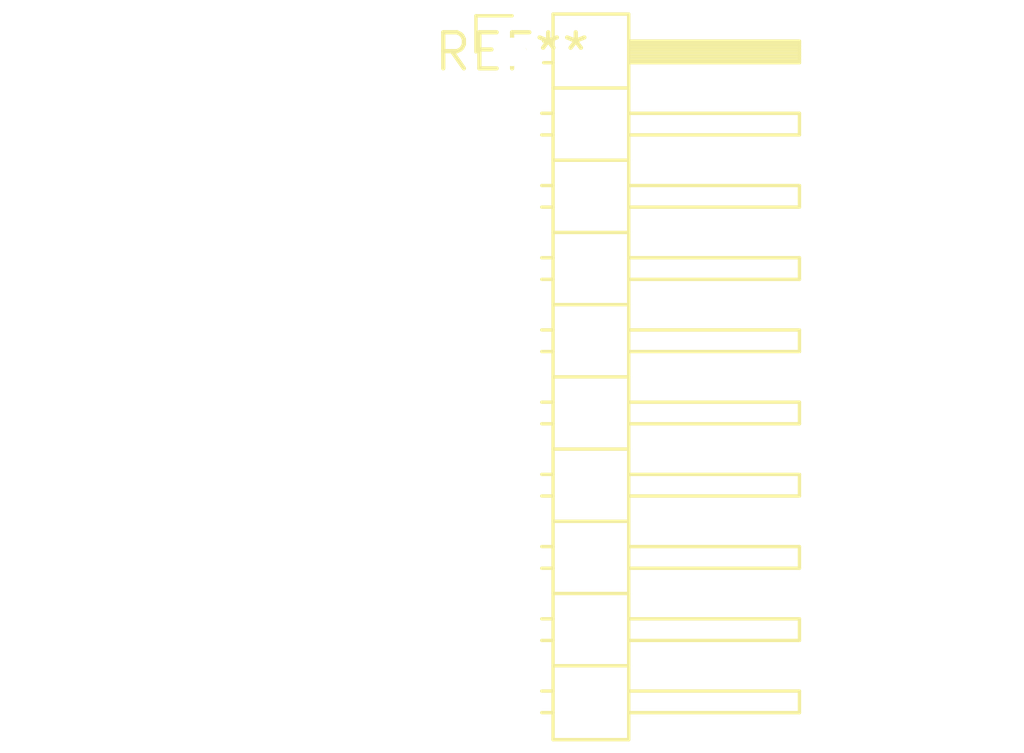
<source format=kicad_pcb>
(kicad_pcb (version 20240108) (generator pcbnew)
  (layers (0 "F.Cu" signal) (31 "B.Cu" signal) (34 "B.Paste" user) (35 "F.Paste" user) (36 "B.SilkS" user "B.Silkscreen") (37 "F.SilkS" user "F.Silkscreen") (38 "B.Mask" user) (39 "F.Mask" user) (44 "Edge.Cuts" user))
  (net 0 "")
  (footprint "PinHeader_1x10_P2.54mm_Horizontal" (layer "F.Cu") (at 0 0)
    (property "Reference" "REF**")
    (property "Value" "PinHeader_1x10_P2.54mm_Horizontal")
    (fp_line (start -1.27 -1.27) (end 0 -1.27) (layer "F.SilkS") (stroke (width 0.12)))
    (fp_line (start -1.27 0) (end -1.27 -1.27) (layer "F.SilkS") (stroke (width 0.12)))
    (fp_line (start 1.042929 2.16) (end 1.44 2.16) (layer "F.SilkS") (stroke (width 0.12)))
    (fp_line (start 1.042929 2.92) (end 1.44 2.92) (layer "F.SilkS") (stroke (width 0.12)))
    (fp_line (start 1.042929 4.7) (end 1.44 4.7) (layer "F.SilkS") (stroke (width 0.12)))
    (fp_line (start 1.042929 5.46) (end 1.44 5.46) (layer "F.SilkS") (stroke (width 0.12)))
    (fp_line (start 1.042929 7.24) (end 1.44 7.24) (layer "F.SilkS") (stroke (width 0.12)))
    (fp_line (start 1.042929 8) (end 1.44 8) (layer "F.SilkS") (stroke (width 0.12)))
    (fp_line (start 1.042929 9.78) (end 1.44 9.78) (layer "F.SilkS") (stroke (width 0.12)))
    (fp_line (start 1.042929 10.54) (end 1.44 10.54) (layer "F.SilkS") (stroke (width 0.12)))
    (fp_line (start 1.042929 12.32) (end 1.44 12.32) (layer "F.SilkS") (stroke (width 0.12)))
    (fp_line (start 1.042929 13.08) (end 1.44 13.08) (layer "F.SilkS") (stroke (width 0.12)))
    (fp_line (start 1.042929 14.86) (end 1.44 14.86) (layer "F.SilkS") (stroke (width 0.12)))
    (fp_line (start 1.042929 15.62) (end 1.44 15.62) (layer "F.SilkS") (stroke (width 0.12)))
    (fp_line (start 1.042929 17.4) (end 1.44 17.4) (layer "F.SilkS") (stroke (width 0.12)))
    (fp_line (start 1.042929 18.16) (end 1.44 18.16) (layer "F.SilkS") (stroke (width 0.12)))
    (fp_line (start 1.042929 19.94) (end 1.44 19.94) (layer "F.SilkS") (stroke (width 0.12)))
    (fp_line (start 1.042929 20.7) (end 1.44 20.7) (layer "F.SilkS") (stroke (width 0.12)))
    (fp_line (start 1.042929 22.48) (end 1.44 22.48) (layer "F.SilkS") (stroke (width 0.12)))
    (fp_line (start 1.042929 23.24) (end 1.44 23.24) (layer "F.SilkS") (stroke (width 0.12)))
    (fp_line (start 1.11 -0.38) (end 1.44 -0.38) (layer "F.SilkS") (stroke (width 0.12)))
    (fp_line (start 1.11 0.38) (end 1.44 0.38) (layer "F.SilkS") (stroke (width 0.12)))
    (fp_line (start 1.44 -1.33) (end 1.44 24.19) (layer "F.SilkS") (stroke (width 0.12)))
    (fp_line (start 1.44 1.27) (end 4.1 1.27) (layer "F.SilkS") (stroke (width 0.12)))
    (fp_line (start 1.44 3.81) (end 4.1 3.81) (layer "F.SilkS") (stroke (width 0.12)))
    (fp_line (start 1.44 6.35) (end 4.1 6.35) (layer "F.SilkS") (stroke (width 0.12)))
    (fp_line (start 1.44 8.89) (end 4.1 8.89) (layer "F.SilkS") (stroke (width 0.12)))
    (fp_line (start 1.44 11.43) (end 4.1 11.43) (layer "F.SilkS") (stroke (width 0.12)))
    (fp_line (start 1.44 13.97) (end 4.1 13.97) (layer "F.SilkS") (stroke (width 0.12)))
    (fp_line (start 1.44 16.51) (end 4.1 16.51) (layer "F.SilkS") (stroke (width 0.12)))
    (fp_line (start 1.44 19.05) (end 4.1 19.05) (layer "F.SilkS") (stroke (width 0.12)))
    (fp_line (start 1.44 21.59) (end 4.1 21.59) (layer "F.SilkS") (stroke (width 0.12)))
    (fp_line (start 1.44 24.19) (end 4.1 24.19) (layer "F.SilkS") (stroke (width 0.12)))
    (fp_line (start 4.1 -1.33) (end 1.44 -1.33) (layer "F.SilkS") (stroke (width 0.12)))
    (fp_line (start 4.1 -0.38) (end 10.1 -0.38) (layer "F.SilkS") (stroke (width 0.12)))
    (fp_line (start 4.1 -0.32) (end 10.1 -0.32) (layer "F.SilkS") (stroke (width 0.12)))
    (fp_line (start 4.1 -0.2) (end 10.1 -0.2) (layer "F.SilkS") (stroke (width 0.12)))
    (fp_line (start 4.1 -0.08) (end 10.1 -0.08) (layer "F.SilkS") (stroke (width 0.12)))
    (fp_line (start 4.1 0.04) (end 10.1 0.04) (layer "F.SilkS") (stroke (width 0.12)))
    (fp_line (start 4.1 0.16) (end 10.1 0.16) (layer "F.SilkS") (stroke (width 0.12)))
    (fp_line (start 4.1 0.28) (end 10.1 0.28) (layer "F.SilkS") (stroke (width 0.12)))
    (fp_line (start 4.1 2.16) (end 10.1 2.16) (layer "F.SilkS") (stroke (width 0.12)))
    (fp_line (start 4.1 4.7) (end 10.1 4.7) (layer "F.SilkS") (stroke (width 0.12)))
    (fp_line (start 4.1 7.24) (end 10.1 7.24) (layer "F.SilkS") (stroke (width 0.12)))
    (fp_line (start 4.1 9.78) (end 10.1 9.78) (layer "F.SilkS") (stroke (width 0.12)))
    (fp_line (start 4.1 12.32) (end 10.1 12.32) (layer "F.SilkS") (stroke (width 0.12)))
    (fp_line (start 4.1 14.86) (end 10.1 14.86) (layer "F.SilkS") (stroke (width 0.12)))
    (fp_line (start 4.1 17.4) (end 10.1 17.4) (layer "F.SilkS") (stroke (width 0.12)))
    (fp_line (start 4.1 19.94) (end 10.1 19.94) (layer "F.SilkS") (stroke (width 0.12)))
    (fp_line (start 4.1 22.48) (end 10.1 22.48) (layer "F.SilkS") (stroke (width 0.12)))
    (fp_line (start 4.1 24.19) (end 4.1 -1.33) (layer "F.SilkS") (stroke (width 0.12)))
    (fp_line (start 10.1 -0.38) (end 10.1 0.38) (layer "F.SilkS") (stroke (width 0.12)))
    (fp_line (start 10.1 0.38) (end 4.1 0.38) (layer "F.SilkS") (stroke (width 0.12)))
    (fp_line (start 10.1 2.16) (end 10.1 2.92) (layer "F.SilkS") (stroke (width 0.12)))
    (fp_line (start 10.1 2.92) (end 4.1 2.92) (layer "F.SilkS") (stroke (width 0.12)))
    (fp_line (start 10.1 4.7) (end 10.1 5.46) (layer "F.SilkS") (stroke (width 0.12)))
    (fp_line (start 10.1 5.46) (end 4.1 5.46) (layer "F.SilkS") (stroke (width 0.12)))
    (fp_line (start 10.1 7.24) (end 10.1 8) (layer "F.SilkS") (stroke (width 0.12)))
    (fp_line (start 10.1 8) (end 4.1 8) (layer "F.SilkS") (stroke (width 0.12)))
    (fp_line (start 10.1 9.78) (end 10.1 10.54) (layer "F.SilkS") (stroke (width 0.12)))
    (fp_line (start 10.1 10.54) (end 4.1 10.54) (layer "F.SilkS") (stroke (width 0.12)))
    (fp_line (start 10.1 12.32) (end 10.1 13.08) (layer "F.SilkS") (stroke (width 0.12)))
    (fp_line (start 10.1 13.08) (end 4.1 13.08) (layer "F.SilkS") (stroke (width 0.12)))
    (fp_line (start 10.1 14.86) (end 10.1 15.62) (layer "F.SilkS") (stroke (width 0.12)))
    (fp_line (start 10.1 15.62) (end 4.1 15.62) (layer "F.SilkS") (stroke (width 0.12)))
    (fp_line (start 10.1 17.4) (end 10.1 18.16) (layer "F.SilkS") (stroke (width 0.12)))
    (fp_line (start 10.1 18.16) (end 4.1 18.16) (layer "F.SilkS") (stroke (width 0.12)))
    (fp_line (start 10.1 19.94) (end 10.1 20.7) (layer "F.SilkS") (stroke (width 0.12)))
    (fp_line (start 10.1 20.7) (end 4.1 20.7) (layer "F.SilkS") (stroke (width 0.12)))
    (fp_line (start 10.1 22.48) (end 10.1 23.24) (layer "F.SilkS") (stroke (width 0.12)))
    (fp_line (start 10.1 23.24) (end 4.1 23.24) (layer "F.SilkS") (stroke (width 0.12)))
    (pad "1" thru_hole rect (at 0 0) (size 1.7 1.7) (drill 1) (layers *.Cu *.Mask) (remove_unused_layers))
    (pad "2" thru_hole oval (at 0 2.54) (size 1.7 1.7) (drill 1) (layers *.Cu *.Mask) (remove_unused_layers))
    (pad "3" thru_hole oval (at 0 5.08) (size 1.7 1.7) (drill 1) (layers *.Cu *.Mask) (remove_unused_layers))
    (pad "4" thru_hole oval (at 0 7.62) (size 1.7 1.7) (drill 1) (layers *.Cu *.Mask) (remove_unused_layers))
    (pad "5" thru_hole oval (at 0 10.16) (size 1.7 1.7) (drill 1) (layers *.Cu *.Mask) (remove_unused_layers))
    (pad "6" thru_hole oval (at 0 12.7) (size 1.7 1.7) (drill 1) (layers *.Cu *.Mask) (remove_unused_layers))
    (pad "7" thru_hole oval (at 0 15.24) (size 1.7 1.7) (drill 1) (layers *.Cu *.Mask) (remove_unused_layers))
    (pad "8" thru_hole oval (at 0 17.78) (size 1.7 1.7) (drill 1) (layers *.Cu *.Mask) (remove_unused_layers))
    (pad "9" thru_hole oval (at 0 20.32) (size 1.7 1.7) (drill 1) (layers *.Cu *.Mask) (remove_unused_layers))
    (pad "10" thru_hole oval (at 0 22.86) (size 1.7 1.7) (drill 1) (layers *.Cu *.Mask) (remove_unused_layers))
  )
)
</source>
